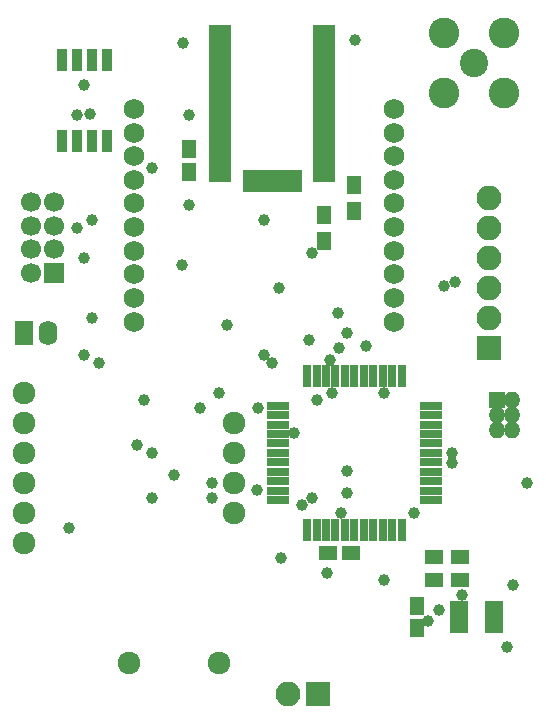
<source format=gbr>
G04 #@! TF.FileFunction,Soldermask,Bot*
%FSLAX46Y46*%
G04 Gerber Fmt 4.6, Leading zero omitted, Abs format (unit mm)*
G04 Created by KiCad (PCBNEW 4.0.7) date 12/26/17 15:46:09*
%MOMM*%
%LPD*%
G01*
G04 APERTURE LIST*
%ADD10C,0.100000*%
%ADD11R,0.950000X1.900000*%
%ADD12R,0.800000X1.900000*%
%ADD13R,1.900000X0.800000*%
%ADD14R,1.650000X0.670000*%
%ADD15R,1.100000X1.900000*%
%ADD16R,1.900000X1.100000*%
%ADD17R,1.900000X1.400000*%
%ADD18C,1.727200*%
%ADD19R,1.400000X1.400000*%
%ADD20O,1.400000X1.400000*%
%ADD21R,2.100000X2.100000*%
%ADD22O,2.100000X2.100000*%
%ADD23R,1.600000X1.150000*%
%ADD24R,1.150000X1.600000*%
%ADD25R,1.600000X1.300000*%
%ADD26C,1.924000*%
%ADD27R,1.700000X1.700000*%
%ADD28C,1.700000*%
%ADD29C,2.600000*%
%ADD30C,2.400000*%
%ADD31R,1.300000X1.600000*%
%ADD32C,1.000000*%
%ADD33R,1.600000X2.100000*%
%ADD34O,1.600000X2.100000*%
G04 APERTURE END LIST*
D10*
D11*
X144145000Y-60735000D03*
X144145000Y-67535000D03*
X142875000Y-60735000D03*
X142875000Y-67535000D03*
X141605000Y-60735000D03*
X141605000Y-67535000D03*
X140335000Y-60735000D03*
X140335000Y-67535000D03*
D12*
X169100000Y-100480000D03*
X168300000Y-100480000D03*
X167500000Y-100480000D03*
X166700000Y-100480000D03*
X165900000Y-100480000D03*
X165100000Y-100480000D03*
X164300000Y-100480000D03*
X163500000Y-100480000D03*
X162700000Y-100480000D03*
X161900000Y-100480000D03*
X161100000Y-100480000D03*
D13*
X158600000Y-97980000D03*
X158600000Y-97180000D03*
X158600000Y-96380000D03*
X158600000Y-95580000D03*
X158600000Y-94780000D03*
X158600000Y-93980000D03*
X158600000Y-93180000D03*
X158600000Y-92380000D03*
X158600000Y-91580000D03*
X158600000Y-90780000D03*
X158600000Y-89980000D03*
D12*
X161100000Y-87480000D03*
X161900000Y-87480000D03*
X162700000Y-87480000D03*
X163500000Y-87480000D03*
X164300000Y-87480000D03*
X165100000Y-87480000D03*
X165900000Y-87480000D03*
X166700000Y-87480000D03*
X167500000Y-87480000D03*
X168300000Y-87480000D03*
X169100000Y-87480000D03*
D13*
X171600000Y-89980000D03*
X171600000Y-90780000D03*
X171600000Y-91580000D03*
X171600000Y-92380000D03*
X171600000Y-93180000D03*
X171600000Y-93980000D03*
X171600000Y-94780000D03*
X171600000Y-95580000D03*
X171600000Y-96380000D03*
X171600000Y-97180000D03*
X171600000Y-97980000D03*
D14*
X176950500Y-108886500D03*
X173950500Y-108886500D03*
X176950500Y-108386500D03*
X173950500Y-108386500D03*
X176950500Y-107886500D03*
X173950500Y-107886500D03*
X176950500Y-107386500D03*
X173950500Y-107386500D03*
X176950500Y-106886500D03*
X173950500Y-106886500D03*
D15*
X160160000Y-70970000D03*
D16*
X153760000Y-70570000D03*
X153760000Y-69570000D03*
X153760000Y-68570000D03*
X153760000Y-67570000D03*
X153760000Y-66570000D03*
X153760000Y-65570000D03*
X153760000Y-64570000D03*
X153760000Y-63570000D03*
X153760000Y-62570000D03*
X153760000Y-61570000D03*
X153760000Y-60570000D03*
X153760000Y-59570000D03*
D17*
X153760000Y-58420000D03*
X162560000Y-58420000D03*
D16*
X162560000Y-59570000D03*
X162560000Y-60570000D03*
X162560000Y-61570000D03*
X162560000Y-62570000D03*
X162560000Y-63570000D03*
X162560000Y-64570000D03*
X162560000Y-65570000D03*
X162560000Y-66570000D03*
X162560000Y-67570000D03*
X162560000Y-68570000D03*
X162560000Y-69570000D03*
X162560000Y-70570000D03*
D15*
X159160000Y-70970000D03*
X158160000Y-70970000D03*
X157160000Y-70970000D03*
X156160000Y-70970000D03*
D18*
X168478200Y-82864960D03*
X168478200Y-80863440D03*
X168478200Y-78864460D03*
X168478200Y-76862940D03*
X168478200Y-74863960D03*
X168478200Y-72864980D03*
X168478200Y-70863460D03*
X168478200Y-68864480D03*
X168478200Y-66862960D03*
X168478200Y-64863980D03*
X146481800Y-64863980D03*
X146481800Y-66862960D03*
X146481800Y-68864480D03*
X146481800Y-70863460D03*
X146481800Y-72864980D03*
X146481800Y-74863960D03*
X146481800Y-76862940D03*
X146481800Y-78864460D03*
X146481800Y-80863440D03*
X146481800Y-82864960D03*
D19*
X177165000Y-89535000D03*
D20*
X178435000Y-89535000D03*
X177165000Y-90805000D03*
X178435000Y-90805000D03*
X177165000Y-92075000D03*
X178435000Y-92075000D03*
D21*
X176530000Y-85090000D03*
D22*
X176530000Y-82550000D03*
X176530000Y-80010000D03*
X176530000Y-77470000D03*
X176530000Y-74930000D03*
X176530000Y-72390000D03*
D23*
X162880000Y-102489000D03*
X164780000Y-102489000D03*
D24*
X170370500Y-108836500D03*
X170370500Y-106936500D03*
D25*
X171810500Y-104711500D03*
X174010500Y-104711500D03*
X174010500Y-102806500D03*
X171810500Y-102806500D03*
D26*
X137160000Y-101600000D03*
X137160000Y-99060000D03*
X137160000Y-96520000D03*
X137160000Y-93980000D03*
X137160000Y-91440000D03*
X137160000Y-88900000D03*
X154940000Y-91440000D03*
X154940000Y-93980000D03*
X154940000Y-96520000D03*
X154940000Y-99060000D03*
D27*
X139700000Y-78740000D03*
D28*
X139700000Y-76740000D03*
X139700000Y-74740000D03*
X139700000Y-72740000D03*
X137700000Y-78740000D03*
X137700000Y-76740000D03*
X137700000Y-74740000D03*
X137700000Y-72740000D03*
D29*
X172720000Y-63500000D03*
X172720000Y-58420000D03*
X177800000Y-58420000D03*
X177800000Y-63500000D03*
D30*
X175260000Y-60960000D03*
D31*
X165100000Y-71290000D03*
X165100000Y-73490000D03*
X162560000Y-73830000D03*
X162560000Y-76030000D03*
D24*
X151130000Y-70165000D03*
X151130000Y-68265000D03*
D32*
X152019000Y-90170000D03*
X165163500Y-58991500D03*
X150558500Y-59245500D03*
D26*
X146050000Y-111760000D03*
X153670000Y-111760000D03*
D21*
X162052000Y-114427000D03*
D22*
X159512000Y-114427000D03*
D33*
X137160000Y-83820000D03*
D34*
X139160000Y-83820000D03*
D32*
X150495000Y-78105000D03*
X142240000Y-62865000D03*
X173355000Y-94869000D03*
X161544000Y-97790000D03*
X160020000Y-92329000D03*
X158877000Y-102870000D03*
X179705000Y-96520000D03*
X167640000Y-88900000D03*
X174180500Y-105981500D03*
X147955000Y-69850000D03*
X151130000Y-73025000D03*
X151130000Y-65405000D03*
X153670000Y-88900000D03*
X161290000Y-84455000D03*
X164465000Y-83820000D03*
X166116000Y-84963000D03*
X163703000Y-82169000D03*
X173355000Y-93980000D03*
X167640000Y-104775000D03*
X154305000Y-83185000D03*
X157480000Y-74295000D03*
X161925000Y-89535000D03*
X163195000Y-88900000D03*
X160655000Y-98425000D03*
X170180000Y-99060000D03*
X177990500Y-110426500D03*
X161544000Y-77089000D03*
X158750000Y-80010000D03*
X172275500Y-107251500D03*
X171323000Y-108204000D03*
X142748000Y-65278000D03*
X172720000Y-79883000D03*
X141605000Y-65405000D03*
X173609000Y-79502000D03*
X156972000Y-90170000D03*
X140970000Y-100330000D03*
X146685000Y-93345000D03*
X149860000Y-95885000D03*
X156845000Y-97155000D03*
X153035000Y-97790000D03*
X147955000Y-97790000D03*
X147955000Y-93980000D03*
X153035000Y-96520000D03*
X147320000Y-89535000D03*
X141605000Y-74930000D03*
X142240000Y-77470000D03*
X142240000Y-85725000D03*
X157480000Y-85725000D03*
X163830000Y-85090000D03*
X142875000Y-82550000D03*
X142875000Y-74295000D03*
X143510000Y-86360000D03*
X158115000Y-86360000D03*
X163068000Y-86106000D03*
X162814000Y-104140000D03*
X163957000Y-99060000D03*
X164465000Y-97409000D03*
X164465000Y-95504000D03*
X178562000Y-105156000D03*
M02*

</source>
